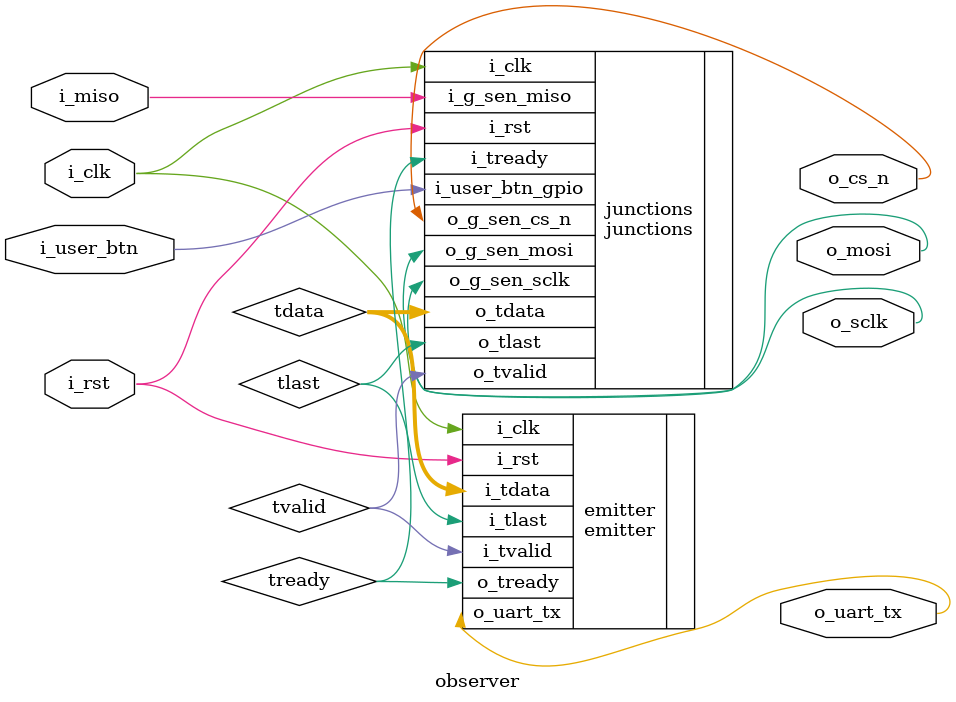
<source format=v>
module observer
  (input wire  i_clk,
   input wire  i_rst,
   input wire  i_user_btn,
   output wire o_sclk,
   output wire o_cs_n,
   output wire o_mosi,
   input wire  i_miso,
   output wire o_uart_tx);

   parameter memfile_emitter = "emitter.hex";

   wire [7:0]  tdata;
   wire        tlast;
   wire        tvalid;
   wire        tready;

   junctions junctions
     (.i_clk     (i_clk),
      .i_rst     (i_rst),
      .i_user_btn_gpio    (i_user_btn),
      .o_g_sen_sclk    (o_sclk),
      .o_g_sen_cs_n    (o_cs_n),
      .o_g_sen_mosi    (o_mosi),
      .i_g_sen_miso    (i_miso),
      .o_tdata   (tdata),
      .o_tlast   (tlast),
      .o_tvalid  (tvalid),
      .i_tready  (tready));

   emitter #(.memfile (memfile_emitter)) emitter
     (.i_clk     (i_clk),
      .i_rst     (i_rst),
      .i_tdata   (tdata),
      .i_tlast   (tlast),
      .i_tvalid  (tvalid),
      .o_tready  (tready),
      .o_uart_tx (o_uart_tx));

endmodule

</source>
